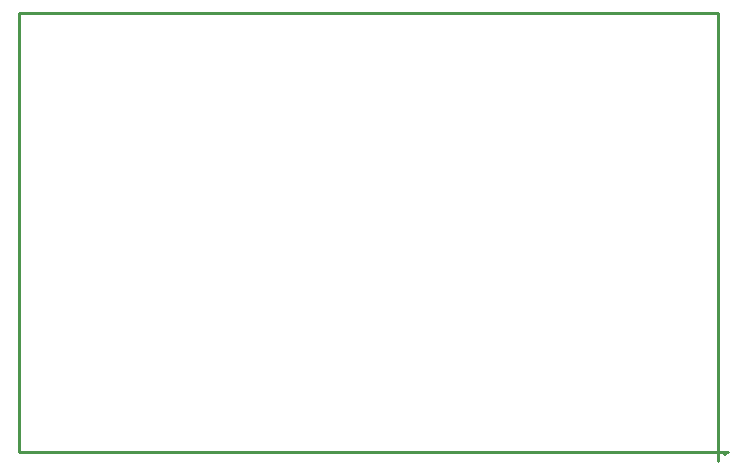
<source format=gko>
G04*
G04 #@! TF.GenerationSoftware,Altium Limited,Altium Designer,22.11.1 (43)*
G04*
G04 Layer_Color=16711935*
%FSLAX25Y25*%
%MOIN*%
G70*
G04*
G04 #@! TF.SameCoordinates,0EF54BBF-8022-4FFE-BA48-DBC816024316*
G04*
G04*
G04 #@! TF.FilePolarity,Positive*
G04*
G01*
G75*
%ADD12C,0.01000*%
D12*
X249750Y381500D02*
X250750D01*
X246500D02*
X249750D01*
X246500Y235000D02*
Y381500D01*
Y235000D02*
X482750D01*
X481500Y234500D02*
X482000Y235000D01*
X479500Y381500D02*
X479500Y232000D01*
X250750Y381500D02*
X479500D01*
M02*

</source>
